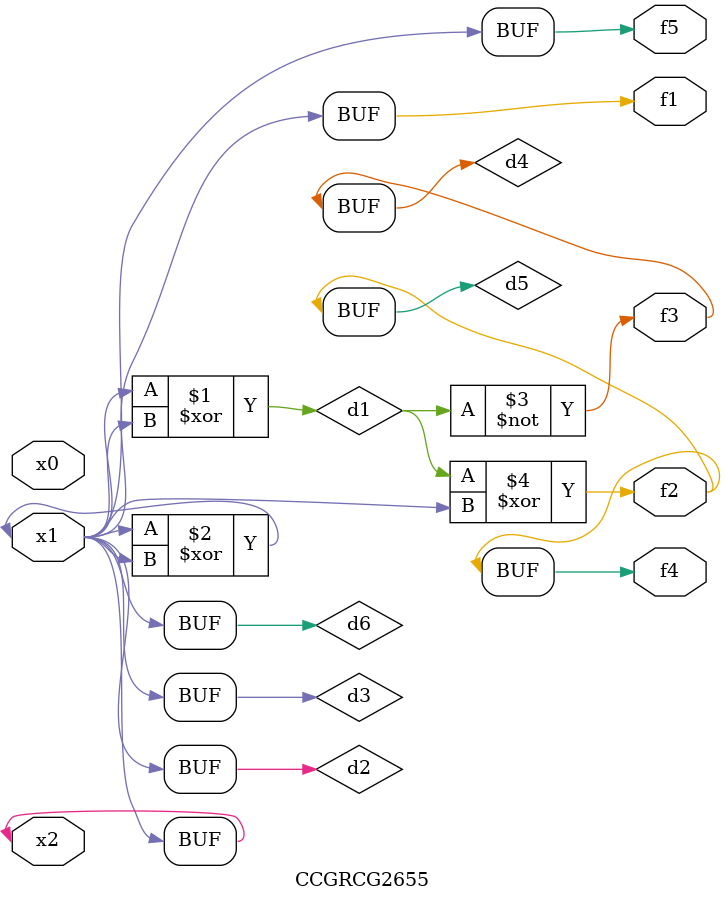
<source format=v>
module CCGRCG2655(
	input x0, x1, x2,
	output f1, f2, f3, f4, f5
);

	wire d1, d2, d3, d4, d5, d6;

	xor (d1, x1, x2);
	buf (d2, x1, x2);
	xor (d3, x1, x2);
	nor (d4, d1);
	xor (d5, d1, d2);
	buf (d6, d2, d3);
	assign f1 = d6;
	assign f2 = d5;
	assign f3 = d4;
	assign f4 = d5;
	assign f5 = d6;
endmodule

</source>
